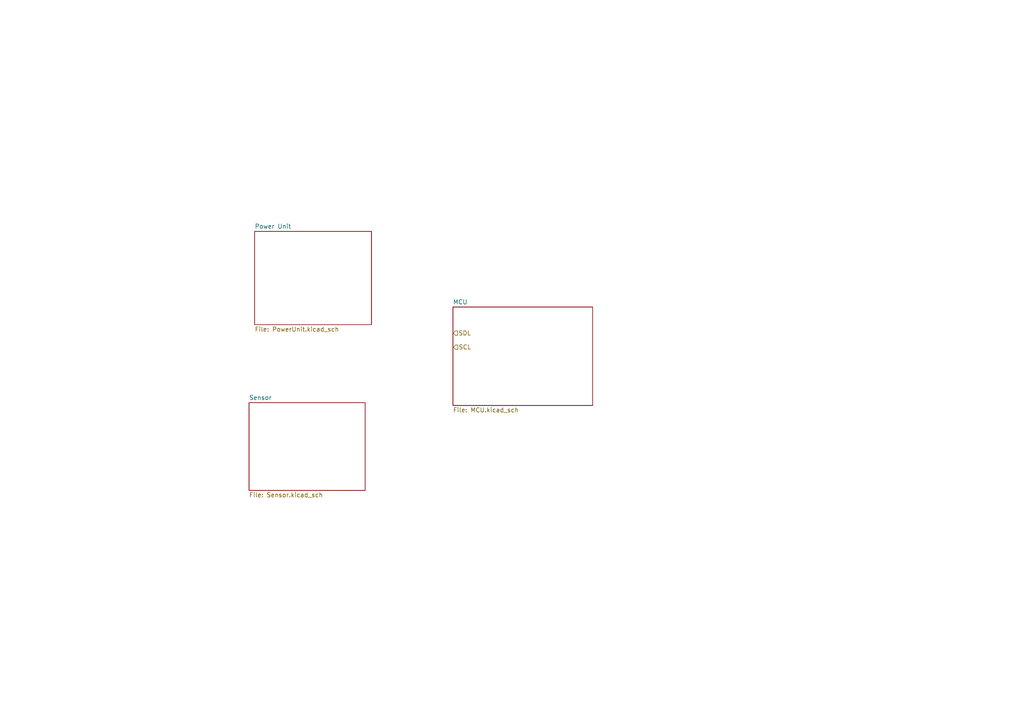
<source format=kicad_sch>
(kicad_sch (version 20230121) (generator eeschema)
  (paper "A4")
  (lib_symbols)
  (hierarchical_label "SCL" (shape input) (at 131.5212 100.6856 0))
  (hierarchical_label "SDL" (shape input) (at 131.4704 96.6216 0))
  (sheet (at 131.3688 89.0524) (size 40.5384 28.5496) (stroke (width 0.1524))
    (property "Sheetname" "MCU" (at 131.3688 88.3408 0) (effects (justify left bottom)))
    (property "Sheetfile" "MCU.kicad_sch" (at 131.3688 118.1866 0) (effects (justify left top)))
  )
  (sheet (at 72.2376 116.7892) (size 33.6804 25.4508) (stroke (width 0.1524))
    (property "Sheetname" "Sensor" (at 72.2376 116.0776 0) (effects (justify left bottom)))
    (property "Sheetfile" "Sensor.kicad_sch" (at 72.2376 142.8246 0) (effects (justify left top)))
  )
  (sheet (at 73.8632 67.1068) (size 33.8836 27.0764) (stroke (width 0.1524))
    (property "Sheetname" "Power Unit" (at 73.8632 66.3952 0) (effects (justify left bottom)))
    (property "Sheetfile" "PowerUnit.kicad_sch" (at 73.8632 94.7678 0) (effects (justify left top)))
  )
)
</source>
